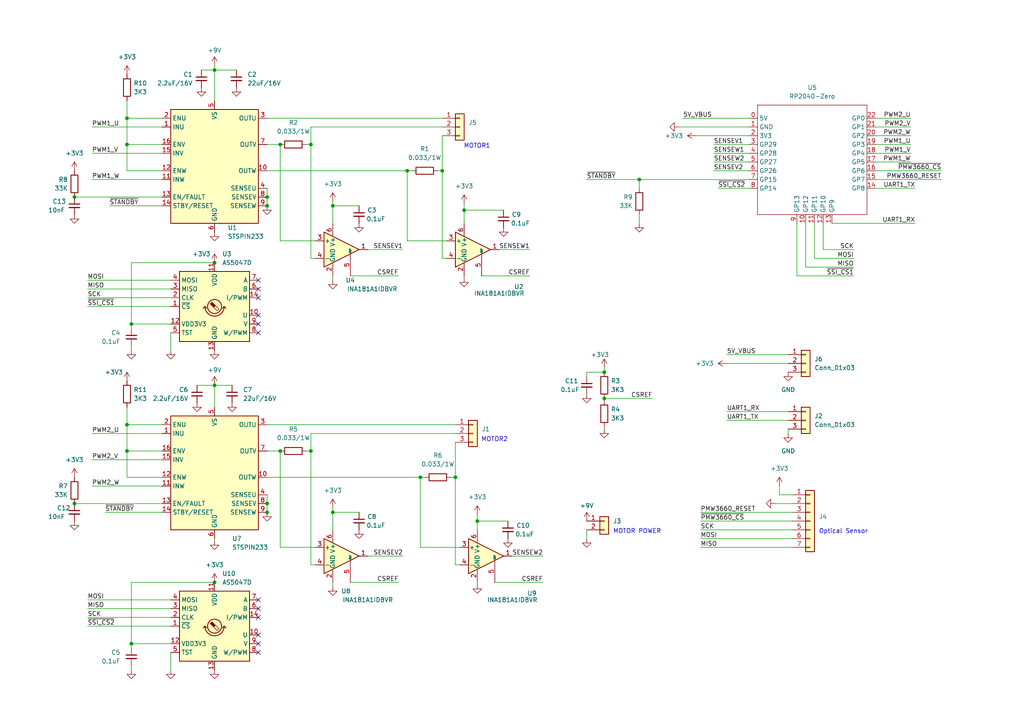
<source format=kicad_sch>
(kicad_sch (version 20230121) (generator eeschema)
  (paper "A4")
  (lib_symbols
    (symbol "Amplifier_Current:INA181" (pin_names (offset 0.127))
      (property "Reference" "U" (at 3.81 3.81 0))
      (property "Value" "INA181" (at 3.81 -2.54 0))
      (symbol "INA181_0_1"
        (polyline (pts (xy 5.08 0) (xy -5.08 5.08) (xy -5.08 -5.08) (xy 5.08 0)) (stroke (width 0.254)) (fill (type background)))
      )
      (symbol "INA181_1_1"
        (pin output line (at 7.62 0 180) (length 2.54) (name "~") (number "1"))
        (pin power_in line (at -2.54 -7.62 90) (length 3.81) (name "GND") (number "2"))
        (pin input line (at -7.62 2.54 0) (length 2.54) (name "+") (number "3"))
        (pin input line (at -7.62 -2.54 0) (length 2.54) (name "-") (number "4"))
        (pin input line (at 2.54 -7.62 90) (length 6.35) (name "REF") (number "5"))
        (pin power_in line (at -2.54 7.62 270) (length 3.81) (name "V+") (number "6"))
      )
    )
    (symbol "Connector_Generic:Conn_01x02" (pin_names (offset 1.016) hide)
      (property "Reference" "J" (at 0 2.54 0))
      (property "Value" "Conn_01x02" (at 0 -5.08 0))
      (symbol "Conn_01x02_1_1"
        (rectangle (start -1.27 -2.413) (end 0 -2.667) (stroke (width 0.1524)))
        (rectangle (start -1.27 0.127) (end 0 -0.127) (stroke (width 0.1524)))
        (rectangle (start -1.27 1.27) (end 1.27 -3.81) (stroke (width 0.254)) (fill (type background)))
        (pin passive line (at -5.08 0 0) (length 3.81) (name "Pin_1") (number "1"))
        (pin passive line (at -5.08 -2.54 0) (length 3.81) (name "Pin_2") (number "2"))
      )
    )
    (symbol "Connector_Generic:Conn_01x03" (pin_names (offset 1.016) hide)
      (property "Reference" "J" (at 0 5.08 0))
      (property "Value" "Conn_01x03" (at 0 -5.08 0))
      (symbol "Conn_01x03_1_1"
        (rectangle (start -1.27 -2.413) (end 0 -2.667) (stroke (width 0.1524)))
        (rectangle (start -1.27 0.127) (end 0 -0.127) (stroke (width 0.1524)))
        (rectangle (start -1.27 2.667) (end 0 2.413) (stroke (width 0.1524)))
        (rectangle (start -1.27 3.81) (end 1.27 -3.81) (stroke (width 0.254)) (fill (type background)))
        (pin passive line (at -5.08 2.54 0) (length 3.81) (name "Pin_1") (number "1"))
        (pin passive line (at -5.08 0 0) (length 3.81) (name "Pin_2") (number "2"))
        (pin passive line (at -5.08 -2.54 0) (length 3.81) (name "Pin_3") (number "3"))
      )
    )
    (symbol "Connector_Generic:Conn_01x07" (pin_names (offset 1.016) hide)
      (property "Reference" "J" (at 0 10.16 0))
      (property "Value" "Conn_01x07" (at 0 -10.16 0))
      (symbol "Conn_01x07_1_1"
        (rectangle (start -1.27 -7.493) (end 0 -7.747) (stroke (width 0.1524)))
        (rectangle (start -1.27 -4.953) (end 0 -5.207) (stroke (width 0.1524)))
        (rectangle (start -1.27 -2.413) (end 0 -2.667) (stroke (width 0.1524)))
        (rectangle (start -1.27 0.127) (end 0 -0.127) (stroke (width 0.1524)))
        (rectangle (start -1.27 2.667) (end 0 2.413) (stroke (width 0.1524)))
        (rectangle (start -1.27 5.207) (end 0 4.953) (stroke (width 0.1524)))
        (rectangle (start -1.27 7.747) (end 0 7.493) (stroke (width 0.1524)))
        (rectangle (start -1.27 8.89) (end 1.27 -8.89) (stroke (width 0.254)) (fill (type background)))
        (pin passive line (at -5.08 7.62 0) (length 3.81) (name "Pin_1") (number "1"))
        (pin passive line (at -5.08 5.08 0) (length 3.81) (name "Pin_2") (number "2"))
        (pin passive line (at -5.08 2.54 0) (length 3.81) (name "Pin_3") (number "3"))
        (pin passive line (at -5.08 0 0) (length 3.81) (name "Pin_4") (number "4"))
        (pin passive line (at -5.08 -2.54 0) (length 3.81) (name "Pin_5") (number "5"))
        (pin passive line (at -5.08 -5.08 0) (length 3.81) (name "Pin_6") (number "6"))
        (pin passive line (at -5.08 -7.62 0) (length 3.81) (name "Pin_7") (number "7"))
      )
    )
    (symbol "Device:C_Small" (pin_numbers hide) (pin_names (offset 0.254) hide)
      (property "Reference" "C" (at 0.254 1.778 0))
      (property "Value" "C_Small" (at 0.254 -2.032 0))
      (symbol "C_Small_0_1"
        (polyline (pts (xy -1.524 -0.508) (xy 1.524 -0.508)) (stroke (width 0.3302)))
        (polyline (pts (xy -1.524 0.508) (xy 1.524 0.508)) (stroke (width 0.3048)))
      )
      (symbol "C_Small_1_1"
        (pin passive line (at 0 2.54 270) (length 2.032) (name "~") (number "1"))
        (pin passive line (at 0 -2.54 90) (length 2.032) (name "~") (number "2"))
      )
    )
    (symbol "Device:R" (pin_numbers hide) (pin_names (offset 0))
      (property "Reference" "R" (at 2.032 0 90))
      (property "Value" "R" (at 0 0 90))
      (symbol "R_0_1"
        (rectangle (start -1.016 -2.54) (end 1.016 2.54) (stroke (width 0.254)))
      )
      (symbol "R_1_1"
        (pin passive line (at 0 3.81 270) (length 1.27) (name "~") (number "1"))
        (pin passive line (at 0 -3.81 90) (length 1.27) (name "~") (number "2"))
      )
    )
    (symbol "Driver_Motor:STSPIN233"
      (property "Reference" "U" (at -12.7 16.51 0))
      (property "Value" "STSPIN233" (at 5.08 16.51 0))
      (symbol "STSPIN233_0_1"
        (rectangle (start -12.7 15.24) (end 12.7 -17.78) (stroke (width 0.254)) (fill (type background)))
      )
      (symbol "STSPIN233_1_1"
        (pin input line (at -15.24 10.16 0) (length 2.54) (name "INU") (number "1"))
        (pin power_out line (at 15.24 -2.54 180) (length 2.54) (name "OUTW") (number "10"))
        (pin input line (at -15.24 -5.08 0) (length 2.54) (name "INW") (number "11"))
        (pin input line (at -15.24 -2.54 0) (length 2.54) (name "ENW") (number "12"))
        (pin bidirectional line (at -15.24 -10.16 0) (length 2.54) (name "EN/FAULT") (number "13"))
        (pin input line (at -15.24 -12.7 0) (length 2.54) (name "STBY/RESET") (number "14"))
        (pin input line (at -15.24 2.54 0) (length 2.54) (name "INV") (number "15"))
        (pin input line (at -15.24 5.08 0) (length 2.54) (name "ENV") (number "16"))
        (pin passive line (at 0 -20.32 90) (length 2.54) hide (name "GND") (number "17"))
        (pin input line (at -15.24 12.7 0) (length 2.54) (name "ENU") (number "2"))
        (pin power_out line (at 15.24 12.7 180) (length 2.54) (name "OUTU") (number "3"))
        (pin input line (at 15.24 -7.62 180) (length 2.54) (name "SENSEU") (number "4"))
        (pin power_in line (at 0 17.78 270) (length 2.54) (name "VS") (number "5"))
        (pin power_in line (at 0 -20.32 90) (length 2.54) (name "GND") (number "6"))
        (pin power_out line (at 15.24 5.08 180) (length 2.54) (name "OUTV") (number "7"))
        (pin input line (at 15.24 -10.16 180) (length 2.54) (name "SENSEV") (number "8"))
        (pin input line (at 15.24 -12.7 180) (length 2.54) (name "SENSEW") (number "9"))
      )
    )
    (symbol "MCU_RaspberryPi_and_Boards:RP2040-Zero"
      (property "Reference" "U" (at -15.24 19.05 0))
      (property "Value" "RP2040-Zero" (at -8.89 15.24 0))
      (symbol "RP2040-Zero_0_1"
        (rectangle (start -16.51 13.97) (end 15.24 -17.78))
      )
      (symbol "RP2040-Zero_1_1"
        (pin passive line (at -19.05 10.16 0) (length 2.54) (name "5V") (number "0"))
        (pin passive line (at -19.05 7.62 0) (length 2.54) (name "GND") (number "1"))
        (pin passive line (at -2.54 -20.32 90) (length 2.54) (name "GP12") (number "10"))
        (pin passive line (at 0 -20.32 90) (length 2.54) (name "GP11") (number "11"))
        (pin passive line (at 2.54 -20.32 90) (length 2.54) (name "GP10") (number "12"))
        (pin passive line (at 5.08 -20.32 90) (length 2.54) (name "GP9") (number "13"))
        (pin passive line (at 17.78 -10.16 180) (length 2.54) (name "GP8") (number "14"))
        (pin passive line (at 17.78 -7.62 180) (length 2.54) (name "GP7") (number "15"))
        (pin passive line (at 17.78 -5.08 180) (length 2.54) (name "GP6") (number "16"))
        (pin passive line (at 17.78 -2.54 180) (length 2.54) (name "GP5") (number "17"))
        (pin passive line (at 17.78 0 180) (length 2.54) (name "GP4") (number "18"))
        (pin passive line (at 17.78 2.54 180) (length 2.54) (name "GP3") (number "19"))
        (pin passive line (at -19.05 5.08 0) (length 2.54) (name "3V3") (number "2"))
        (pin passive line (at 17.78 5.08 180) (length 2.54) (name "GP2") (number "20"))
        (pin passive line (at 17.78 7.62 180) (length 2.54) (name "GP1") (number "21"))
        (pin passive line (at 17.78 10.16 180) (length 2.54) (name "GP0") (number "22"))
        (pin passive line (at -19.05 2.54 0) (length 2.54) (name "GP29") (number "3"))
        (pin passive line (at -19.05 0 0) (length 2.54) (name "GP28") (number "4"))
        (pin passive line (at -19.05 -2.54 0) (length 2.54) (name "GP27") (number "5"))
        (pin passive line (at -19.05 -5.08 0) (length 2.54) (name "GP26") (number "6"))
        (pin passive line (at -19.05 -7.62 0) (length 2.54) (name "GP15") (number "7"))
        (pin passive line (at -19.05 -10.16 0) (length 2.54) (name "GP14") (number "8"))
        (pin passive line (at -5.08 -20.32 90) (length 2.54) (name "GP13") (number "9"))
      )
    )
    (symbol "Sensor_Magnetic:AS5047D"
      (property "Reference" "U" (at -8.89 11.43 0))
      (property "Value" "AS5047D" (at 5.08 11.43 0))
      (symbol "AS5047D_1_1"
        (rectangle (start -10.16 10.16) (end 10.16 -10.16) (stroke (width 0.254)) (fill (type background)))
        (arc (start -2.794 0) (mid 0 -2.7819) (end 2.794 0) (stroke (width 0.254)))
        (polyline (pts (xy -2.794 0) (xy -3.302 -0.508)) (stroke (width 0.254)))
        (polyline (pts (xy -2.794 0) (xy -2.286 -0.508)) (stroke (width 0.254)))
        (polyline (pts (xy 2.794 0) (xy 2.286 -0.508)) (stroke (width 0.254)))
        (polyline (pts (xy 2.794 0) (xy 3.302 -0.508)) (stroke (width 0.254)))
        (polyline (pts (xy 0.254 0.254) (xy 1.27 -0.762) (xy 0.762 -1.27) (xy -0.254 -0.254)))
        (polyline (pts (xy -0.762 1.27) (xy 0.254 0.254) (xy -0.254 -0.254) (xy -1.27 0.762) (xy -1.016 1.016) (xy -0.762 1.27) (xy -0.635 1.143)) (fill (type outline)))
        (circle (center 0 0) (radius 2.032) (stroke (width 0.254)))
        (pin input line (at -12.7 0 0) (length 2.54) (name "~{CS}") (number "1"))
        (pin output line (at 12.7 -2.54 180) (length 2.54) (name "U") (number "10"))
        (pin power_in line (at 0 12.7 270) (length 2.54) (name "VDD") (number "11"))
        (pin power_out line (at -12.7 -5.08 0) (length 2.54) (name "VDD3V3") (number "12"))
        (pin power_in line (at 0 -12.7 90) (length 2.54) (name "GND") (number "13"))
        (pin output line (at 12.7 2.54 180) (length 2.54) (name "I/PWM") (number "14"))
        (pin input line (at -12.7 2.54 0) (length 2.54) (name "CLK") (number "2"))
        (pin output line (at -12.7 5.08 0) (length 2.54) (name "MISO") (number "3"))
        (pin input line (at -12.7 7.62 0) (length 2.54) (name "MOSI") (number "4"))
        (pin input line (at -12.7 -7.62 0) (length 2.54) (name "TST") (number "5"))
        (pin output line (at 12.7 5.08 180) (length 2.54) (name "B") (number "6"))
        (pin output line (at 12.7 7.62 180) (length 2.54) (name "A") (number "7"))
        (pin output line (at 12.7 -7.62 180) (length 2.54) (name "W/PWM") (number "8"))
        (pin output line (at 12.7 -5.08 180) (length 2.54) (name "V") (number "9"))
      )
    )
    (symbol "power:+3V3" (power) (pin_names (offset 0))
      (property "Value" "+3V3" (at 0 3.556 0))
      (symbol "+3V3_0_1"
        (polyline (pts (xy -0.762 1.27) (xy 0 2.54)))
        (polyline (pts (xy 0 0) (xy 0 2.54)))
        (polyline (pts (xy 0 2.54) (xy 0.762 1.27)))
      )
      (symbol "+3V3_1_1"
        (pin power_in line (at 0 0 90) (length 0) hide (name "+3V3") (number "1"))
      )
    )
    (symbol "power:+9V" (power) (pin_names (offset 0))
      (property "Value" "+9V" (at 0 3.556 0))
      (symbol "+9V_0_1"
        (polyline (pts (xy -0.762 1.27) (xy 0 2.54)))
        (polyline (pts (xy 0 0) (xy 0 2.54)))
        (polyline (pts (xy 0 2.54) (xy 0.762 1.27)))
      )
      (symbol "+9V_1_1"
        (pin power_in line (at 0 0 90) (length 0) hide (name "+9V") (number "1"))
      )
    )
    (symbol "power:GND" (power) (pin_names (offset 0))
      (property "Value" "GND" (at 0 -3.81 0))
      (symbol "GND_0_1"
        (polyline (pts (xy 0 0) (xy 0 -1.27) (xy 1.27 -1.27) (xy 0 -2.54) (xy -1.27 -1.27) (xy 0 -1.27)))
      )
      (symbol "GND_1_1"
        (pin power_in line (at 0 0 270) (length 0) hide (name "GND") (number "1"))
      )
    )
  )
  (junction (at 121.92 138.43))
  (junction (at 77.47 148.59))
  (junction (at 77.47 59.69))
  (junction (at 21.59 57.15))
  (junction (at 21.59 146.05))
  (junction (at 138.43 151.13))
  (junction (at 81.28 130.81))
  (junction (at 134.62 60.96))
  (junction (at 132.08 138.43))
  (junction (at 38.1 186.69))
  (junction (at 185.42 52.07))
  (junction (at 77.47 146.05))
  (junction (at 62.23 20.32))
  (junction (at 118.11 49.53))
  (junction (at 36.83 41.91))
  (junction (at 175.26 107.95))
  (junction (at 90.17 130.81))
  (junction (at 96.52 148.59))
  (junction (at 81.28 41.91))
  (junction (at 36.83 34.29))
  (junction (at 38.1 93.98))
  (junction (at 36.83 123.19))
  (junction (at 36.83 130.81))
  (junction (at 62.23 111.76))
  (junction (at 62.23 168.91))
  (junction (at 90.17 41.91))
  (junction (at 128.27 49.53))
  (junction (at 175.26 115.57))
  (junction (at 96.52 59.69))
  (junction (at 62.23 76.2))
  (junction (at 77.47 57.15))
  (no_connect (at 74.93 83.82))
  (no_connect (at 74.93 173.99))
  (no_connect (at 74.93 176.53))
  (no_connect (at 74.93 184.15))
  (no_connect (at 74.93 179.07))
  (no_connect (at 74.93 189.23))
  (no_connect (at 74.93 81.28))
  (no_connect (at 74.93 91.44))
  (no_connect (at 74.93 93.98))
  (no_connect (at 74.93 86.36))
  (no_connect (at 74.93 186.69))
  (no_connect (at 74.93 96.52))
  (wire (pts (xy 25.4 181.61) (xy 49.53 181.61)))
  (wire (pts (xy 101.6 168.91) (xy 115.57 168.91)))
  (wire (pts (xy 106.68 161.29) (xy 116.84 161.29)))
  (wire (pts (xy 210.82 102.87) (xy 228.6 102.87)))
  (wire (pts (xy 143.51 168.91) (xy 157.48 168.91)))
  (wire (pts (xy 236.22 74.93) (xy 247.65 74.93)))
  (wire (pts (xy 46.99 59.69) (xy 31.75 59.69)))
  (wire (pts (xy 224.79 146.05) (xy 229.87 146.05)))
  (wire (pts (xy 203.2 153.67) (xy 229.87 153.67)))
  (wire (pts (xy 96.52 59.69) (xy 96.52 64.77)))
  (wire (pts (xy 128.27 39.37) (xy 128.27 49.53)))
  (wire (pts (xy 26.67 52.07) (xy 46.99 52.07)))
  (wire (pts (xy 30.48 148.59) (xy 46.99 148.59)))
  (wire (pts (xy 138.43 153.67) (xy 138.43 151.13)))
  (wire (pts (xy 254 44.45) (xy 264.16 44.45)))
  (wire (pts (xy 25.4 81.28) (xy 49.53 81.28)))
  (wire (pts (xy 203.2 148.59) (xy 229.87 148.59)))
  (wire (pts (xy 185.42 62.23) (xy 185.42 64.77)))
  (wire (pts (xy 138.43 151.13) (xy 138.43 149.225)))
  (wire (pts (xy 90.17 125.73) (xy 132.08 125.73)))
  (wire (pts (xy 62.23 110.49) (xy 62.23 111.76)))
  (wire (pts (xy 134.62 64.77) (xy 134.62 60.96)))
  (wire (pts (xy 46.99 138.43) (xy 36.83 138.43)))
  (wire (pts (xy 229.87 143.51) (xy 226.06 143.51)))
  (wire (pts (xy 36.83 123.19) (xy 36.83 130.81)))
  (wire (pts (xy 81.28 130.81) (xy 81.28 158.75)))
  (wire (pts (xy 25.4 173.99) (xy 49.53 173.99)))
  (wire (pts (xy 26.67 133.35) (xy 46.99 133.35)))
  (wire (pts (xy 175.26 107.95) (xy 170.18 107.95)))
  (wire (pts (xy 170.18 107.95) (xy 170.18 109.22)))
  (wire (pts (xy 134.62 60.96) (xy 146.05 60.96)))
  (wire (pts (xy 226.06 140.97) (xy 226.06 143.51)))
  (wire (pts (xy 241.3 64.77) (xy 265.43 64.77)))
  (wire (pts (xy 26.67 125.73) (xy 46.99 125.73)))
  (wire (pts (xy 90.17 41.91) (xy 88.9 41.91)))
  (wire (pts (xy 185.42 52.07) (xy 185.42 54.61)))
  (wire (pts (xy 96.52 148.59) (xy 96.52 153.67)))
  (wire (pts (xy 90.17 74.93) (xy 91.44 74.93)))
  (wire (pts (xy 198.12 34.29) (xy 217.17 34.29)))
  (wire (pts (xy 139.7 80.01) (xy 153.67 80.01)))
  (wire (pts (xy 38.1 101.6) (xy 38.1 100.33)))
  (wire (pts (xy 49.53 186.69) (xy 38.1 186.69)))
  (wire (pts (xy 133.35 158.75) (xy 121.92 158.75)))
  (wire (pts (xy 36.83 130.81) (xy 36.83 138.43)))
  (wire (pts (xy 138.43 168.91) (xy 138.43 169.545)))
  (wire (pts (xy 254 46.99) (xy 264.16 46.99)))
  (wire (pts (xy 77.47 130.81) (xy 81.28 130.81)))
  (wire (pts (xy 134.62 60.96) (xy 134.62 59.055)))
  (wire (pts (xy 231.14 80.01) (xy 247.65 80.01)))
  (wire (pts (xy 62.23 111.76) (xy 62.23 118.11)))
  (wire (pts (xy 185.42 52.07) (xy 217.17 52.07)))
  (wire (pts (xy 46.99 41.91) (xy 36.83 41.91)))
  (wire (pts (xy 67.31 111.76) (xy 62.23 111.76)))
  (wire (pts (xy 203.2 151.13) (xy 229.87 151.13)))
  (wire (pts (xy 228.6 124.46) (xy 228.6 125.73)))
  (wire (pts (xy 38.1 168.91) (xy 62.23 168.91)))
  (wire (pts (xy 36.83 118.11) (xy 36.83 123.19)))
  (wire (pts (xy 175.26 123.825) (xy 175.26 124.46)))
  (wire (pts (xy 134.62 80.01) (xy 134.62 80.645)))
  (wire (pts (xy 210.82 121.92) (xy 228.6 121.92)))
  (wire (pts (xy 25.4 86.36) (xy 49.53 86.36)))
  (wire (pts (xy 130.81 138.43) (xy 132.08 138.43)))
  (wire (pts (xy 104.14 59.69) (xy 96.52 59.69)))
  (wire (pts (xy 36.83 34.29) (xy 36.83 41.91)))
  (wire (pts (xy 175.26 106.68) (xy 175.26 107.95)))
  (wire (pts (xy 207.01 44.45) (xy 217.17 44.45)))
  (wire (pts (xy 77.47 34.29) (xy 128.27 34.29)))
  (wire (pts (xy 128.27 74.93) (xy 128.27 49.53)))
  (wire (pts (xy 46.99 130.81) (xy 36.83 130.81)))
  (wire (pts (xy 49.53 189.23) (xy 49.53 194.31)))
  (wire (pts (xy 26.67 36.83) (xy 46.99 36.83)))
  (wire (pts (xy 208.28 54.61) (xy 217.17 54.61)))
  (wire (pts (xy 81.28 69.85) (xy 91.44 69.85)))
  (wire (pts (xy 36.83 41.91) (xy 36.83 49.53)))
  (wire (pts (xy 121.92 158.75) (xy 121.92 138.43)))
  (wire (pts (xy 77.47 138.43) (xy 121.92 138.43)))
  (wire (pts (xy 238.76 72.39) (xy 247.65 72.39)))
  (wire (pts (xy 101.6 80.01) (xy 115.57 80.01)))
  (wire (pts (xy 26.67 140.97) (xy 46.99 140.97)))
  (wire (pts (xy 201.93 39.37) (xy 217.17 39.37)))
  (wire (pts (xy 38.1 186.69) (xy 38.1 168.91)))
  (wire (pts (xy 25.4 83.82) (xy 49.53 83.82)))
  (wire (pts (xy 118.11 49.53) (xy 119.38 49.53)))
  (wire (pts (xy 77.47 41.91) (xy 81.28 41.91)))
  (wire (pts (xy 77.47 57.15) (xy 77.47 59.69)))
  (wire (pts (xy 77.47 146.05) (xy 77.47 148.59)))
  (wire (pts (xy 21.59 146.05) (xy 46.99 146.05)))
  (wire (pts (xy 38.1 93.98) (xy 38.1 76.2)))
  (wire (pts (xy 254 39.37) (xy 264.16 39.37)))
  (wire (pts (xy 90.17 41.91) (xy 90.17 74.93)))
  (wire (pts (xy 96.52 170.18) (xy 96.52 168.91)))
  (wire (pts (xy 104.14 148.59) (xy 96.52 148.59)))
  (wire (pts (xy 254 41.91) (xy 264.16 41.91)))
  (wire (pts (xy 133.35 163.83) (xy 132.08 163.83)))
  (wire (pts (xy 207.01 46.99) (xy 217.17 46.99)))
  (wire (pts (xy 175.26 114.935) (xy 175.26 115.57)))
  (wire (pts (xy 25.4 88.9) (xy 49.53 88.9)))
  (wire (pts (xy 81.28 158.75) (xy 91.44 158.75)))
  (wire (pts (xy 36.83 29.21) (xy 36.83 34.29)))
  (wire (pts (xy 254 34.29) (xy 264.16 34.29)))
  (wire (pts (xy 81.28 41.91) (xy 81.28 69.85)))
  (wire (pts (xy 49.53 93.98) (xy 38.1 93.98)))
  (wire (pts (xy 236.22 64.77) (xy 236.22 74.93)))
  (wire (pts (xy 90.17 163.83) (xy 91.44 163.83)))
  (wire (pts (xy 90.17 130.81) (xy 90.17 125.73)))
  (wire (pts (xy 58.42 20.32) (xy 62.23 20.32)))
  (wire (pts (xy 96.52 81.28) (xy 96.52 80.01)))
  (wire (pts (xy 106.68 72.39) (xy 116.84 72.39)))
  (wire (pts (xy 26.67 44.45) (xy 46.99 44.45)))
  (wire (pts (xy 38.1 186.69) (xy 38.1 187.96)))
  (wire (pts (xy 121.92 138.43) (xy 123.19 138.43)))
  (wire (pts (xy 46.99 34.29) (xy 36.83 34.29)))
  (wire (pts (xy 254 49.53) (xy 273.05 49.53)))
  (wire (pts (xy 96.52 147.32) (xy 96.52 148.59)))
  (wire (pts (xy 25.4 179.07) (xy 49.53 179.07)))
  (wire (pts (xy 62.23 20.32) (xy 62.23 29.21)))
  (wire (pts (xy 129.54 74.93) (xy 128.27 74.93)))
  (wire (pts (xy 254 52.07) (xy 273.05 52.07)))
  (wire (pts (xy 77.47 123.19) (xy 132.08 123.19)))
  (wire (pts (xy 144.78 72.39) (xy 153.67 72.39)))
  (wire (pts (xy 207.01 41.91) (xy 217.17 41.91)))
  (wire (pts (xy 90.17 130.81) (xy 88.9 130.81)))
  (wire (pts (xy 138.43 151.13) (xy 147.32 151.13)))
  (wire (pts (xy 49.53 96.52) (xy 49.53 101.6)))
  (wire (pts (xy 233.68 64.77) (xy 233.68 77.47)))
  (wire (pts (xy 254 36.83) (xy 264.16 36.83)))
  (wire (pts (xy 38.1 93.98) (xy 38.1 95.25)))
  (wire (pts (xy 68.58 20.32) (xy 62.23 20.32)))
  (wire (pts (xy 77.47 54.61) (xy 77.47 57.15)))
  (wire (pts (xy 233.68 77.47) (xy 247.65 77.47)))
  (wire (pts (xy 96.52 58.42) (xy 96.52 59.69)))
  (wire (pts (xy 175.26 115.57) (xy 189.23 115.57)))
  (wire (pts (xy 46.99 123.19) (xy 36.83 123.19)))
  (wire (pts (xy 148.59 161.29) (xy 157.48 161.29)))
  (wire (pts (xy 77.47 143.51) (xy 77.47 146.05)))
  (wire (pts (xy 132.08 128.27) (xy 132.08 138.43)))
  (wire (pts (xy 90.17 36.83) (xy 128.27 36.83)))
  (wire (pts (xy 132.08 163.83) (xy 132.08 138.43)))
  (wire (pts (xy 90.17 41.91) (xy 90.17 36.83)))
  (wire (pts (xy 175.26 115.57) (xy 175.26 116.205)))
  (wire (pts (xy 38.1 194.31) (xy 38.1 193.04)))
  (wire (pts (xy 129.54 69.85) (xy 118.11 69.85)))
  (wire (pts (xy 207.01 49.53) (xy 217.17 49.53)))
  (wire (pts (xy 254 54.61) (xy 265.43 54.61)))
  (wire (pts (xy 231.14 64.77) (xy 231.14 80.01)))
  (wire (pts (xy 118.11 69.85) (xy 118.11 49.53)))
  (wire (pts (xy 46.99 49.53) (xy 36.83 49.53)))
  (wire (pts (xy 62.23 156.21) (xy 62.23 156.845)))
  (wire (pts (xy 21.59 57.15) (xy 46.99 57.15)))
  (wire (pts (xy 62.23 111.76) (xy 57.15 111.76)))
  (wire (pts (xy 210.82 105.41) (xy 228.6 105.41)))
  (wire (pts (xy 203.2 156.21) (xy 229.87 156.21)))
  (wire (pts (xy 77.47 49.53) (xy 118.11 49.53)))
  (wire (pts (xy 90.17 130.81) (xy 90.17 163.83)))
  (wire (pts (xy 210.82 119.38) (xy 228.6 119.38)))
  (wire (pts (xy 170.18 52.07) (xy 185.42 52.07)))
  (wire (pts (xy 127 49.53) (xy 128.27 49.53)))
  (wire (pts (xy 38.1 76.2) (xy 62.23 76.2)))
  (wire (pts (xy 217.17 36.83) (xy 196.85 36.83)))
  (wire (pts (xy 25.4 176.53) (xy 49.53 176.53)))
  (wire (pts (xy 238.76 64.77) (xy 238.76 72.39)))
  (wire (pts (xy 170.18 153.67) (xy 170.18 156.21)))
  (wire (pts (xy 62.23 19.05) (xy 62.23 20.32)))
  (wire (pts (xy 203.2 158.75) (xy 229.87 158.75)))
  (image (at 317.5 45.72) (scale 0.435229))
  (text "Optical Sensor" (at 237.49 154.94 0) (effects (font (size 1.27 1.27)) (justify left bottom)))
  (text "MOTOR2\n" (at 147.32 128.27 0) (effects (font (size 1.27 1.27)) (justify right bottom)))
  (text "MOTOR1" (at 142.24 43.18 0) (effects (font (size 1.27 1.27)) (justify right bottom)))
  (text "MOTOR POWER" (at 177.8 154.94 0) (effects (font (size 1.27 1.27)) (justify left bottom)))
  (label "5V_VBUS" (at 210.82 102.87 0))
  (label "CSREF" (at 189.23 115.57 180))
  (label "SCK" (at 25.4 179.07 0))
  (label "UART1_RX" (at 265.43 64.77 180))
  (label "SENSEW1" (at 207.01 44.45 0))
  (label "PWM1_V" (at 264.16 44.45 180))
  (label "~{STANDBY}" (at 170.18 52.07 0))
  (label "UART1_RX" (at 210.82 119.38 0))
  (label "~{SSI_CS1}" (at 25.4 88.9 0))
  (label "PMW3660_RESET" (at 273.05 52.07 180))
  (label "CSREF" (at 115.57 80.01 180))
  (label "SENSEV2" (at 207.01 49.53 0))
  (label "MISO" (at 203.2 158.75 0))
  (label "CSREF" (at 153.67 80.01 180))
  (label "~{PMW3660_CS}" (at 273.05 49.53 180))
  (label "PWM2_W" (at 26.67 140.97 0))
  (label "PWM1_W" (at 264.16 46.99 180))
  (label "PWM1_U" (at 26.67 36.83 0))
  (label "PWM1_V" (at 26.67 44.45 0))
  (label "SCK" (at 247.65 72.39 180))
  (label "~{SSI_CS2}" (at 208.28 54.61 0))
  (label "PWM2_V" (at 26.67 133.35 0))
  (label "MOSI" (at 25.4 81.28 0))
  (label "MOSI" (at 203.2 156.21 0))
  (label "~{SSI_CS1}" (at 247.65 80.01 180))
  (label "PWM2_W" (at 264.16 39.37 180))
  (label "SENSEV1" (at 116.84 72.39 180))
  (label "PWM1_W" (at 26.67 52.07 0))
  (label "MOSI" (at 25.4 173.99 0))
  (label "SENSEW2" (at 157.48 161.29 180))
  (label "SENSEW2" (at 207.01 46.99 0))
  (label "PWM2_U" (at 264.16 34.29 180))
  (label "SENSEW1" (at 153.67 72.39 180))
  (label "PWM2_V" (at 264.16 36.83 180))
  (label "SCK" (at 203.2 153.67 0))
  (label "~{STANDBY}" (at 30.48 148.59 0))
  (label "MISO" (at 25.4 83.82 0))
  (label "UART1_TX" (at 265.43 54.61 180))
  (label "PWM2_U" (at 26.67 125.73 0))
  (label "CSREF" (at 157.48 168.91 180))
  (label "MISO" (at 247.65 77.47 180))
  (label "5V_VBUS" (at 198.12 34.29 0))
  (label "PMW3660_RESET" (at 203.2 148.59 0))
  (label "SENSEV2" (at 116.84 161.29 180))
  (label "CSREF" (at 115.57 168.91 180))
  (label "UART1_TX" (at 210.82 121.92 0))
  (label "~{PMW3660_CS}" (at 203.2 151.13 0))
  (label "PWM1_U" (at 264.16 41.91 180))
  (label "MOSI" (at 247.65 74.93 180))
  (label "SENSEV1" (at 207.01 41.91 0))
  (label "SCK" (at 25.4 86.36 0))
  (label "~{SSI_CS2}" (at 25.4 181.61 0))
  (label "MISO" (at 25.4 176.53 0))
  (label "~{STANDBY}" (at 31.75 59.69 0))
  (symbol (lib_id "power:GND") (at 104.14 153.67 0) (unit 1)
    (property "Reference" "#PWR029" (effects hide))
    (property "Value" "GND" (effects hide))
  )
  (symbol (lib_id "power:GND") (at 228.6 107.95 0) (unit 1)
    (property "Reference" "#PWR036" (effects hide))
    (property "Value" "GND" (at 228.6 113.03 0))
  )
  (symbol (lib_id "power:GND") (at 58.42 25.4 0) (unit 1)
    (property "Reference" "#PWR01" (effects hide))
    (property "Value" "GND" (effects hide))
  )
  (symbol (lib_id "power:GND") (at 62.23 156.845 0) (unit 1)
    (property "Reference" "#PWR022" (effects hide))
    (property "Value" "GND" (effects hide))
  )
  (symbol (lib_id "power:GND") (at 134.62 80.645 0) (unit 1)
    (property "Reference" "#PWR010" (effects hide))
    (property "Value" "GND" (effects hide))
  )
  (symbol (lib_id "power:+3V3") (at 36.83 110.49 0) (unit 1)
    (property "Reference" "#PWR08" (effects hide))
    (property "Value" "+3V3" (at 33.02 107.95 0))
  )
  (symbol (lib_id "Driver_Motor:STSPIN233") (at 62.23 135.89 0) (unit 1)
    (property "Reference" "U7" (at 67.31 156.21 0) (effects (justify left)))
    (property "Value" "STSPIN233" (at 67.31 158.75 0) (effects (justify left)))
    (property "Footprint" "Package_DFN_QFN:VQFN-16-1EP_3x3mm_P0.5mm_EP1.8x1.8mm" (effects hide))
    (property "Datasheet" "www.st.com/resource/en/datasheet/stspin233.pdf" (effects hide))
  )
  (symbol (lib_id "power:+3V3") (at 134.62 59.055 0) (unit 1)
    (property "Reference" "#PWR013" (effects hide))
    (property "Value" "+3V3" (at 134.62 53.975 0))
  )
  (symbol (lib_id "power:+9V") (at 62.23 19.05 0) (unit 1)
    (property "Reference" "#PWR04" (effects hide))
    (property "Value" "+9V" (at 62.23 14.605 0))
  )
  (symbol (lib_id "power:GND") (at 62.23 101.6 0) (unit 1)
    (property "Reference" "#PWR049" (effects hide))
    (property "Value" "GND" (effects hide))
  )
  (symbol (lib_id "Device:C_Small") (at 58.42 22.86 0) (mirror y) (unit 1)
    (property "Reference" "C1" (at 55.88 21.5963 0) (effects (justify left)))
    (property "Value" "2.2uF/16V" (at 55.88 24.1363 0) (effects (justify left)))
    (property "Footprint" "Capacitor_SMD:C_0603_1608Metric" (effects hide))
  )
  (symbol (lib_id "power:+3V3") (at 62.23 168.91 0) (unit 1)
    (property "Reference" "#PWR06" (effects hide))
    (property "Value" "+3V3" (at 62.23 163.83 0))
  )
  (symbol (lib_id "Device:C_Small") (at 146.05 63.5 0) (mirror y) (unit 1)
    (property "Reference" "C9" (at 151.13 62.23 0) (effects (justify left)))
    (property "Value" "0.1uF" (at 153.67 64.77 0) (effects (justify left)))
    (property "Footprint" "Capacitor_SMD:C_0402_1005Metric" (effects hide))
  )
  (symbol (lib_id "Device:R") (at 21.59 142.24 0) (mirror y) (unit 1)
    (property "Reference" "R7" (at 19.685 140.97 0) (effects (justify left)))
    (property "Value" "33K" (at 19.685 143.51 0) (effects (justify left)))
    (property "Footprint" "Resistor_SMD:R_0402_1005Metric" (effects hide))
  )
  (symbol (lib_id "power:+3V3") (at 175.26 106.68 0) (unit 1)
    (property "Reference" "#PWR012" (effects hide))
    (property "Value" "+3V3" (at 173.99 102.87 0))
  )
  (symbol (lib_id "Device:R") (at 185.42 58.42 0) (mirror y) (unit 1)
    (property "Reference" "R9" (at 183.515 57.15 0) (effects (justify left)))
    (property "Value" "33K" (at 183.515 59.69 0) (effects (justify left)))
    (property "Footprint" "Resistor_SMD:R_0603_1608Metric" (effects hide))
  )
  (symbol (lib_id "power:+9V") (at 62.23 111.76 0) (unit 1)
    (property "Reference" "#PWR021" (effects hide))
    (property "Value" "+9V" (at 62.23 107.315 0))
  )
  (symbol (lib_id "Sensor_Magnetic:AS5047D") (at 62.23 181.61 0) (unit 1)
    (property "Reference" "U10" (at 64.4241 166.37 0) (effects (justify left)))
    (property "Value" "AS5047D" (at 64.4241 168.91 0) (effects (justify left)))
    (property "Footprint" "Package_SO:TSSOP-14_4.4x5mm_P0.65mm" (effects hide))
    (property "Datasheet" "https://ams.com/documents/20143/36005/AS5047D_DS000394_2-00.pdf" (effects hide))
  )
  (symbol (lib_id "Device:R") (at 36.83 114.3 0) (unit 1)
    (property "Reference" "R11" (at 38.735 113.03 0) (effects (justify left)))
    (property "Value" "3K3" (at 38.735 115.57 0) (effects (justify left)))
    (property "Footprint" "Resistor_SMD:R_0402_1005Metric" (effects hide))
  )
  (symbol (lib_id "power:GND") (at 21.59 151.13 0) (unit 1)
    (property "Reference" "#PWR041" (effects hide))
    (property "Value" "GND" (effects hide))
  )
  (symbol (lib_id "Amplifier_Current:INA181") (at 137.16 72.39 0) (unit 1)
    (property "Reference" "U2" (at 150.495 83.185 0))
    (property "Value" "INA181A1IDBVR" (at 144.78 85.09 0))
    (property "Footprint" "Package_TO_SOT_SMD:SOT-23-6" (effects hide))
    (property "Datasheet" "http://www.ti.com/lit/ds/symlink/ina181.pdf" (effects hide))
  )
  (symbol (lib_id "Device:C_Small") (at 147.32 153.67 0) (mirror y) (unit 1)
    (property "Reference" "C10" (at 153.67 152.4 0) (effects (justify left)))
    (property "Value" "0.1uF" (at 154.94 154.94 0) (effects (justify left)))
    (property "Footprint" "Capacitor_SMD:C_0402_1005Metric" (effects hide))
  )
  (symbol (lib_id "Device:C_Small") (at 38.1 97.79 0) (mirror y) (unit 1)
    (property "Reference" "C4" (at 34.925 96.5263 0) (effects (justify left)))
    (property "Value" "0.1uF" (at 34.925 99.0663 0) (effects (justify left)))
    (property "Footprint" "Capacitor_SMD:C_0402_1005Metric" (effects hide))
  )
  (symbol (lib_id "Device:R") (at 36.83 25.4 0) (unit 1)
    (property "Reference" "R10" (at 38.735 24.13 0) (effects (justify left)))
    (property "Value" "3K3" (at 38.735 26.67 0) (effects (justify left)))
    (property "Footprint" "Resistor_SMD:R_0402_1005Metric" (effects hide))
  )
  (symbol (lib_id "Device:R") (at 127 138.43 90) (unit 1)
    (property "Reference" "R6" (at 127 132.08 90))
    (property "Value" "0.033/1W" (at 127 134.62 90))
    (property "Footprint" "Resistor_SMD:R_2512_6332Metric" (effects hide))
    (property "LCSC" "C2934109" (effects hide))
  )
  (symbol (lib_id "power:GND") (at 38.1 194.31 0) (unit 1)
    (property "Reference" "#PWR046" (effects hide))
    (property "Value" "GND" (effects hide))
  )
  (symbol (lib_id "power:GND") (at 138.43 169.545 0) (unit 1)
    (property "Reference" "#PWR031" (effects hide))
    (property "Value" "GND" (effects hide))
  )
  (symbol (lib_id "power:+3V3") (at 21.59 138.43 0) (unit 1)
    (property "Reference" "#PWR042" (effects hide))
    (property "Value" "+3V3" (at 21.59 133.35 0))
  )
  (symbol (lib_id "Device:R") (at 21.59 53.34 0) (mirror y) (unit 1)
    (property "Reference" "R8" (at 19.685 52.07 0) (effects (justify left)))
    (property "Value" "33K" (at 19.685 54.61 0) (effects (justify left)))
    (property "Footprint" "Resistor_SMD:R_0402_1005Metric" (effects hide))
  )
  (symbol (lib_id "Device:C_Small") (at 104.14 62.23 0) (mirror y) (unit 1)
    (property "Reference" "C3" (at 109.22 60.96 0) (effects (justify left)))
    (property "Value" "0.1uF" (at 111.76 63.5 0) (effects (justify left)))
    (property "Footprint" "Capacitor_SMD:C_0402_1005Metric" (effects hide))
  )
  (symbol (lib_id "Device:C_Small") (at 67.31 114.3 0) (unit 1)
    (property "Reference" "C7" (at 70.485 113.0363 0) (effects (justify left)))
    (property "Value" "22uF/16V" (at 70.485 115.5763 0) (effects (justify left)))
    (property "Footprint" "Capacitor_SMD:C_0805_2012Metric" (effects hide))
    (property "LCSC" "C45783" (effects hide))
  )
  (symbol (lib_id "power:GND") (at 224.79 146.05 270) (unit 1)
    (property "Reference" "#PWR033" (effects hide))
    (property "Value" "GND" (effects hide))
  )
  (symbol (lib_id "power:GND") (at 77.47 59.69 0) (unit 1)
    (property "Reference" "#PWR017" (effects hide))
    (property "Value" "GND" (effects hide))
  )
  (symbol (lib_id "Connector_Generic:Conn_01x03") (at 137.16 125.73 0) (unit 1)
    (property "Reference" "J1" (at 139.7 124.46 0) (effects (justify left)))
    (property "Value" "Conn_01x03" (effects hide))
    (property "Footprint" "Connector_PinHeader_2.54mm:PinHeader_1x03_P2.54mm_Vertical" (effects hide))
  )
  (symbol (lib_id "Connector_Generic:Conn_01x02") (at 175.26 151.13 0) (unit 1)
    (property "Reference" "J3" (at 177.8 151.13 0) (effects (justify left)))
    (property "Value" "Conn_01x02" (effects hide))
    (property "Footprint" "Connector_PinHeader_2.54mm:PinHeader_1x02_P2.54mm_Vertical" (effects hide))
  )
  (symbol (lib_id "power:+3V3") (at 138.43 149.225 0) (unit 1)
    (property "Reference" "#PWR030" (effects hide))
    (property "Value" "+3V3" (at 138.43 144.145 0))
  )
  (symbol (lib_id "power:GND") (at 104.14 64.77 0) (unit 1)
    (property "Reference" "#PWR016" (effects hide))
    (property "Value" "GND" (effects hide))
  )
  (symbol (lib_id "Device:C_Small") (at 21.59 59.69 0) (unit 1)
    (property "Reference" "C13" (at 15.24 58.42 0) (effects (justify left)))
    (property "Value" "10nF" (at 13.97 60.96 0) (effects (justify left)))
    (property "Footprint" "Capacitor_SMD:C_0402_1005Metric" (effects hide))
  )
  (symbol (lib_id "power:GND") (at 77.47 148.59 0) (unit 1)
    (property "Reference" "#PWR025" (effects hide))
    (property "Value" "GND" (effects hide))
  )
  (symbol (lib_id "power:GND") (at 57.15 116.84 0) (unit 1)
    (property "Reference" "#PWR09" (effects hide))
    (property "Value" "GND" (effects hide))
  )
  (symbol (lib_id "power:+3V3") (at 226.06 140.97 0) (unit 1)
    (property "Reference" "#PWR032" (effects hide))
    (property "Value" "+3V3" (at 226.06 135.89 0))
  )
  (symbol (lib_id "Device:R") (at 123.19 49.53 90) (unit 1)
    (property "Reference" "R1" (at 123.19 43.18 90))
    (property "Value" "0.033/1W" (at 123.19 45.72 90))
    (property "Footprint" "Resistor_SMD:R_2512_6332Metric" (effects hide))
    (property "LCSC" "C2934109" (effects hide))
  )
  (symbol (lib_id "Connector_Generic:Conn_01x07") (at 234.95 151.13 0) (unit 1)
    (property "Reference" "J4" (at 237.49 149.86 0) (effects (justify left)))
    (property "Value" "Conn_01x07" (effects hide))
    (property "Footprint" "Connector_JST:JST_SH_SM07B-SRSS-TB_1x07-1MP_P1.00mm_Horizontal" (effects hide))
  )
  (symbol (lib_id "Sensor_Magnetic:AS5047D") (at 62.23 88.9 0) (unit 1)
    (property "Reference" "U3" (at 64.4241 73.66 0) (effects (justify left)))
    (property "Value" "AS5047D" (at 64.4241 76.2 0) (effects (justify left)))
    (property "Footprint" "Package_SO:TSSOP-14_4.4x5mm_P0.65mm" (effects hide))
    (property "Datasheet" "https://ams.com/documents/20143/36005/AS5047D_DS000394_2-00.pdf" (effects hide))
  )
  (symbol (lib_id "power:GND") (at 67.31 116.84 0) (unit 1)
    (property "Reference" "#PWR024" (effects hide))
    (property "Value" "GND" (effects hide))
  )
  (symbol (lib_id "Device:R") (at 85.09 130.81 90) (unit 1)
    (property "Reference" "R5" (at 85.09 124.46 90))
    (property "Value" "0.033/1W" (at 85.09 127 90))
    (property "Footprint" "Resistor_SMD:R_2512_6332Metric" (effects hide))
    (property "C55739" "C2934109" (effects hide))
  )
  (symbol (lib_id "power:GND") (at 62.23 194.31 0) (unit 1)
    (property "Reference" "#PWR047" (effects hide))
    (property "Value" "GND" (effects hide))
  )
  (symbol (lib_id "Device:C_Small") (at 21.59 148.59 0) (unit 1)
    (property "Reference" "C12" (at 16.51 147.32 0) (effects (justify left)))
    (property "Value" "10nF" (at 13.97 149.86 0) (effects (justify left)))
    (property "Footprint" "Capacitor_SMD:C_0402_1005Metric" (effects hide))
  )
  (symbol (lib_id "power:GND") (at 49.53 194.31 0) (unit 1)
    (property "Reference" "#PWR07" (effects hide))
    (property "Value" "GND" (effects hide))
  )
  (symbol (lib_id "power:GND") (at 196.85 36.83 270) (unit 1)
    (property "Reference" "#PWR023" (effects hide))
    (property "Value" "GND" (effects hide))
  )
  (symbol (lib_id "Device:R") (at 175.26 120.015 0) (unit 1)
    (property "Reference" "R4" (at 177.165 118.745 0) (effects (justify left)))
    (property "Value" "3K3" (at 177.165 121.285 0) (effects (justify left)))
    (property "Footprint" "Resistor_SMD:R_0603_1608Metric" (effects hide))
  )
  (symbol (lib_id "Device:C_Small") (at 38.1 190.5 0) (mirror y) (unit 1)
    (property "Reference" "C5" (at 34.925 189.2363 0) (effects (justify left)))
    (property "Value" "0.1uF" (at 34.925 191.7763 0) (effects (justify left)))
    (property "Footprint" "Capacitor_SMD:C_0402_1005Metric" (effects hide))
  )
  (symbol (lib_id "Device:R") (at 175.26 111.76 0) (unit 1)
    (property "Reference" "R3" (at 177.165 110.49 0) (effects (justify left)))
    (property "Value" "3K3" (at 177.165 113.03 0) (effects (justify left)))
    (property "Footprint" "Resistor_SMD:R_0603_1608Metric" (effects hide))
  )
  (symbol (lib_id "power:GND") (at 49.53 101.6 0) (unit 1)
    (property "Reference" "#PWR019" (effects hide))
    (property "Value" "GND" (effects hide))
  )
  (symbol (lib_id "power:GND") (at 146.05 66.04 0) (unit 1)
    (property "Reference" "#PWR038" (effects hide))
    (property "Value" "GND" (effects hide))
  )
  (symbol (lib_id "Device:C_Small") (at 170.18 111.76 0) (unit 1)
    (property "Reference" "C11" (at 163.83 110.49 0) (effects (justify left)))
    (property "Value" "0.1uF" (at 162.56 113.03 0) (effects (justify left)))
    (property "Footprint" "Capacitor_SMD:C_0402_1005Metric" (effects hide))
  )
  (symbol (lib_id "power:GND") (at 62.23 67.31 0) (unit 1)
    (property "Reference" "#PWR02" (effects hide))
    (property "Value" "GND" (effects hide))
  )
  (symbol (lib_id "power:+3V3") (at 96.52 147.32 0) (unit 1)
    (property "Reference" "#PWR027" (effects hide))
    (property "Value" "+3V3" (at 96.52 142.24 0))
  )
  (symbol (lib_id "Device:R") (at 85.09 41.91 90) (unit 1)
    (property "Reference" "R2" (at 85.09 35.56 90))
    (property "Value" "0.033/1W" (at 85.09 38.1 90))
    (property "Footprint" "Resistor_SMD:R_2512_6332Metric" (effects hide))
    (property "LCSC" "C2934109" (effects hide))
  )
  (symbol (lib_id "power:+3V3") (at 201.93 39.37 90) (unit 1)
    (property "Reference" "#PWR035" (effects hide))
    (property "Value" "+3V3" (at 198.12 39.37 90) (effects (justify left)))
  )
  (symbol (lib_id "power:+3V3") (at 210.82 105.41 90) (unit 1)
    (property "Reference" "#PWR037" (effects hide))
    (property "Value" "+3V3" (at 207.01 105.41 90) (effects (justify left)))
  )
  (symbol (lib_id "power:GND") (at 185.42 64.77 0) (unit 1)
    (property "Reference" "#PWR045" (effects hide))
    (property "Value" "GND" (effects hide))
  )
  (symbol (lib_id "Connector_Generic:Conn_01x03") (at 233.68 121.92 0) (unit 1)
    (property "Reference" "J2" (at 236.22 120.65 0) (effects (justify left)))
    (property "Value" "Conn_01x03" (at 236.22 123.19 0) (effects (justify left)))
    (property "Footprint" "Connector_PinHeader_2.54mm:PinHeader_1x03_P2.54mm_Vertical" (effects hide))
  )
  (symbol (lib_id "Connector_Generic:Conn_01x03") (at 233.68 105.41 0) (unit 1)
    (property "Reference" "J6" (at 236.22 104.14 0) (effects (justify left)))
    (property "Value" "Conn_01x03" (at 236.22 106.68 0) (effects (justify left)))
    (property "Footprint" "Connector_PinHeader_2.54mm:PinHeader_1x03_P2.54mm_Vertical" (effects hide))
  )
  (symbol (lib_id "power:GND") (at 228.6 125.73 0) (unit 1)
    (property "Reference" "#PWR034" (effects hide))
    (property "Value" "GND" (at 228.6 130.81 0))
  )
  (symbol (lib_id "power:GND") (at 147.32 156.21 0) (unit 1)
    (property "Reference" "#PWR039" (effects hide))
    (property "Value" "GND" (effects hide))
  )
  (symbol (lib_id "power:GND") (at 170.18 156.21 0) (unit 1)
    (property "Reference" "#PWR020" (effects hide))
    (property "Value" "GND" (effects hide))
  )
  (symbol (lib_id "power:GND") (at 175.26 124.46 0) (unit 1)
    (property "Reference" "#PWR011" (effects hide))
    (property "Value" "GND" (effects hide))
  )
  (symbol (lib_id "Device:C_Small") (at 104.14 151.13 0) (mirror y) (unit 1)
    (property "Reference" "C8" (at 109.22 149.86 0) (effects (justify left)))
    (property "Value" "0.1uF" (at 111.76 152.4 0) (effects (justify left)))
    (property "Footprint" "Capacitor_SMD:C_0402_1005Metric" (effects hide))
  )
  (symbol (lib_id "power:GND") (at 21.59 62.23 0) (unit 1)
    (property "Reference" "#PWR044" (effects hide))
    (property "Value" "GND" (effects hide))
  )
  (symbol (lib_id "Driver_Motor:STSPIN233") (at 62.23 46.99 0) (unit 1)
    (property "Reference" "U1" (at 66.04 66.04 0) (effects (justify left)))
    (property "Value" "STSPIN233" (at 66.04 68.58 0) (effects (justify left)))
    (property "Footprint" "Package_DFN_QFN:VQFN-16-1EP_3x3mm_P0.5mm_EP1.8x1.8mm" (effects hide))
    (property "Datasheet" "www.st.com/resource/en/datasheet/stspin233.pdf" (effects hide))
  )
  (symbol (lib_id "MCU_RaspberryPi_and_Boards:RP2040-Zero") (at 236.22 44.45 0) (unit 1)
    (property "Reference" "U5" (at 235.585 25.4 0))
    (property "Value" "RP2040-Zero" (at 235.585 27.94 0))
    (property "Footprint" "RP2040-Zero:rp2040-zero" (effects hide))
    (property "Datasheet" "https://www.waveshare.com/wiki/RP2040-Zero" (effects hide))
  )
  (symbol (lib_id "power:+3V3") (at 96.52 58.42 0) (unit 1)
    (property "Reference" "#PWR014" (effects hide))
    (property "Value" "+3V3" (at 96.52 53.34 0))
  )
  (symbol (lib_id "power:+3V3") (at 36.83 21.59 0) (unit 1)
    (property "Reference" "#PWR05" (effects hide))
    (property "Value" "+3V3" (at 36.83 16.51 0))
  )
  (symbol (lib_id "power:GND") (at 96.52 170.18 0) (unit 1)
    (property "Reference" "#PWR028" (effects hide))
    (property "Value" "GND" (effects hide))
  )
  (symbol (lib_id "Connector_Generic:Conn_01x03") (at 133.35 36.83 0) (unit 1)
    (property "Reference" "J5" (at 135.89 35.56 0) (effects (justify left)))
    (property "Value" "Conn_01x03" (effects hide))
    (property "Footprint" "Connector_PinHeader_2.54mm:PinHeader_1x03_P2.54mm_Vertical" (effects hide))
  )
  (symbol (lib_id "power:GND") (at 38.1 101.6 0) (unit 1)
    (property "Reference" "#PWR018" (effects hide))
    (property "Value" "GND" (effects hide))
  )
  (symbol (lib_id "Device:C_Small") (at 68.58 22.86 0) (unit 1)
    (property "Reference" "C2" (at 71.755 21.5963 0) (effects (justify left)))
    (property "Value" "22uF/16V" (at 71.755 24.1363 0) (effects (justify left)))
    (property "Footprint" "Capacitor_SMD:C_0805_2012Metric" (effects hide))
    (property "LCSC" "C45783" (effects hide))
  )
  (symbol (lib_id "power:GND") (at 68.58 25.4 0) (unit 1)
    (property "Reference" "#PWR03" (effects hide))
    (property "Value" "GND" (effects hide))
  )
  (symbol (lib_id "Device:C_Small") (at 57.15 114.3 0) (mirror y) (unit 1)
    (property "Reference" "C6" (at 54.61 113.0363 0) (effects (justify left)))
    (property "Value" "2.2uF/16V" (at 54.61 115.5763 0) (effects (justify left)))
    (property "Footprint" "Capacitor_SMD:C_0603_1608Metric" (effects hide))
  )
  (symbol (lib_id "power:+9V") (at 170.18 151.13 0) (unit 1)
    (property "Reference" "#PWR026" (effects hide))
    (property "Value" "+9V" (at 170.18 146.685 0))
  )
  (symbol (lib_id "Amplifier_Current:INA181") (at 140.97 161.29 0) (unit 1)
    (property "Reference" "U9" (at 154.305 172.085 0))
    (property "Value" "INA181A1IDBVR" (at 148.59 173.99 0))
    (property "Footprint" "Package_TO_SOT_SMD:SOT-23-6" (effects hide))
    (property "Datasheet" "http://www.ti.com/lit/ds/symlink/ina181.pdf" (effects hide))
  )
  (symbol (lib_id "power:+3V3") (at 62.23 76.2 0) (unit 1)
    (property "Reference" "#PWR048" (effects hide))
    (property "Value" "+3V3" (at 58.42 73.66 0))
  )
  (symbol (lib_id "power:GND") (at 170.18 114.3 0) (unit 1)
    (property "Reference" "#PWR040" (effects hide))
    (property "Value" "GND" (effects hide))
  )
  (symbol (lib_id "Amplifier_Current:INA181") (at 99.06 72.39 0) (unit 1)
    (property "Reference" "U4" (at 101.6 81.28 0))
    (property "Value" "INA181A1IDBVR" (at 107.95 83.82 0))
    (property "Footprint" "Package_TO_SOT_SMD:SOT-23-6" (effects hide))
    (property "Datasheet" "http://www.ti.com/lit/ds/symlink/ina181.pdf" (effects hide))
  )
  (symbol (lib_id "Amplifier_Current:INA181") (at 99.06 161.29 0) (unit 1)
    (property "Reference" "U8" (at 100.33 171.45 0))
    (property "Value" "INA181A1IDBVR" (at 106.68 173.99 0))
    (property "Footprint" "Package_TO_SOT_SMD:SOT-23-6" (effects hide))
    (property "Datasheet" "http://www.ti.com/lit/ds/symlink/ina181.pdf" (effects hide))
  )
  (symbol (lib_id "power:+3V3") (at 21.59 49.53 0) (unit 1)
    (property "Reference" "#PWR043" (effects hide))
    (property "Value" "+3V3" (at 21.59 44.45 0))
  )
  (symbol (lib_id "power:GND") (at 96.52 81.28 0) (unit 1)
    (property "Reference" "#PWR015" (effects hide))
    (property "Value" "GND" (effects hide))
  )
)
</source>
